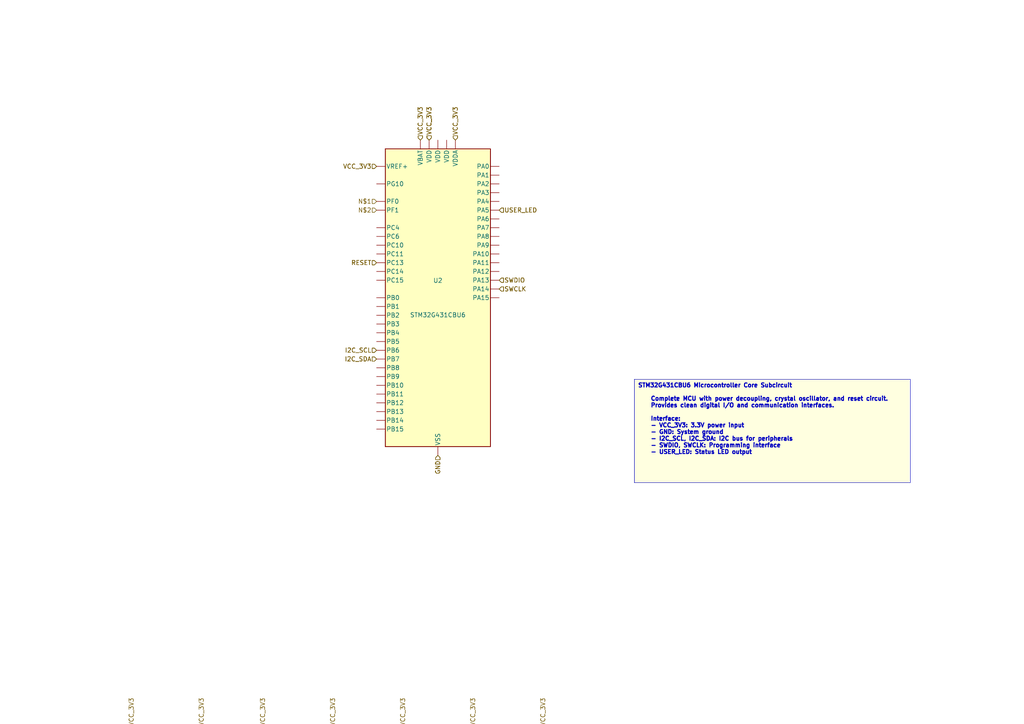
<source format=kicad_sch>
(kicad_sch (version 20250114) (generator "kicad_api") (generator_version 9.0)
  (paper A4)
  (paper A4)
  (lib_symbols
    (symbol "Device:C" (pin_numbers hide) (pin_names (offset 0.254))
      (property "Reference" "C" (at 0.0 0.0 0))
      (property "Value" "C" (at 0.0 0.0 0))
      (symbol "C_0_1"
        (polyline (pts (xy -2.032 0.762) (xy 2.032 0.762)) (stroke (width 0.508)))
        (polyline (pts (xy -2.032 -0.762) (xy 2.032 -0.762)) (stroke (width 0.508)))
      )
      (symbol "C_1_1"
        (pin passive line (at 0.0 3.81 270) (length 2.794) (name ~) (number "1"))
        (pin passive line (at 0.0 -3.81 90) (length 2.794) (name ~) (number "2"))
      )
    )
    (symbol "Device:Crystal" (pin_numbers hide) (pin_names (offset 0.254))
      (property "Reference" "Y" (at 0.0 0.0 0))
      (property "Value" "Crystal" (at 0.0 0.0 0))
      (symbol "Crystal_0_1"
        (polyline (pts (xy -2.54 0.0) (xy -1.905 0.0)) (stroke (width 0.0)))
        (polyline (pts (xy -1.905 -1.27) (xy -1.905 1.27)) (stroke (width 0.508)))
        (rectangle (start -1.143 2.54) (end 1.143 -2.54) (stroke (width 0.3048)))
        (polyline (pts (xy 1.905 -1.27) (xy 1.905 1.27)) (stroke (width 0.508)))
        (polyline (pts (xy 2.54 0.0) (xy 1.905 0.0)) (stroke (width 0.0)))
      )
      (symbol "Crystal_1_1"
        (pin passive line (at -3.81 0.0 0) (length 1.27) (name "1") (number "1"))
        (pin passive line (at 3.81 0.0 180) (length 1.27) (name "2") (number "2"))
      )
    )
    (symbol "Device:R" (pin_numbers hide) (pin_names (offset 0.254))
      (property "Reference" "R" (at 0.0 0.0 0))
      (property "Value" "R" (at 0.0 0.0 0))
      (symbol "R_0_1"
        (rectangle (start -1.016 -2.54) (end 1.016 2.54) (stroke (width 0.254)))
      )
      (symbol "R_1_1"
        (pin passive line (at 0.0 3.81 270) (length 1.27) (name ~) (number "1"))
        (pin passive line (at 0.0 -3.81 90) (length 1.27) (name ~) (number "2"))
      )
    )
    (symbol "MCU_ST_STM32G4:STM32G431CBUx" (pin_numbers hide) (pin_names (offset 0.254))
      (property "Reference" "U" (at 0.0 0.0 0))
      (property "Value" "STM32G431CBUx" (at 0.0 0.0 0))
      (symbol "STM32G431CBUx_0_1"
        (rectangle (start -15.24 -43.18) (end 15.24 43.18) (stroke (width 0.254)) (fill (type background)))
      )
      (symbol "STM32G431CBUx_1_1"
        (pin input line (at -17.78 38.1 0) (length 2.54) (name VREF+) (number "20"))
        (pin bidirectional line (at -17.78 33.02 0) (length 2.54) (name PG10) (number "7"))
        (pin bidirectional line (at -17.78 27.94 0) (length 2.54) (name PF0) (number "5"))
        (pin bidirectional line (at -17.78 25.4 0) (length 2.54) (name PF1) (number "6"))
        (pin bidirectional line (at -17.78 20.32 0) (length 2.54) (name PC4) (number "16"))
        (pin bidirectional line (at -17.78 17.78 0) (length 2.54) (name PC6) (number "29"))
        (pin bidirectional line (at -17.78 15.24 0) (length 2.54) (name PC10) (number "39"))
        (pin bidirectional line (at -17.78 12.7 0) (length 2.54) (name PC11) (number "40"))
        (pin bidirectional line (at -17.78 10.16 0) (length 2.54) (name PC13) (number "2"))
        (pin bidirectional line (at -17.78 7.62 0) (length 2.54) (name PC14) (number "3"))
        (pin bidirectional line (at -17.78 5.08 0) (length 2.54) (name PC15) (number "4"))
        (pin bidirectional line (at -17.78 0.0 0) (length 2.54) (name PB0) (number "17"))
        (pin bidirectional line (at -17.78 -2.54 0) (length 2.54) (name PB1) (number "18"))
        (pin bidirectional line (at -17.78 -5.08 0) (length 2.54) (name PB2) (number "19"))
        (pin bidirectional line (at -17.78 -7.62 0) (length 2.54) (name PB3) (number "41"))
        (pin bidirectional line (at -17.78 -10.16 0) (length 2.54) (name PB4) (number "42"))
        (pin bidirectional line (at -17.78 -12.7 0) (length 2.54) (name PB5) (number "43"))
        (pin bidirectional line (at -17.78 -15.24 0) (length 2.54) (name PB6) (number "44"))
        (pin bidirectional line (at -17.78 -17.78 0) (length 2.54) (name PB7) (number "45"))
        (pin bidirectional line (at -17.78 -20.32 0) (length 2.54) (name PB8) (number "46"))
        (pin bidirectional line (at -17.78 -22.86 0) (length 2.54) (name PB9) (number "47"))
        (pin bidirectional line (at -17.78 -25.4 0) (length 2.54) (name PB10) (number "22"))
        (pin bidirectional line (at -17.78 -27.94 0) (length 2.54) (name PB11) (number "24"))
        (pin bidirectional line (at -17.78 -30.48 0) (length 2.54) (name PB12) (number "25"))
        (pin bidirectional line (at -17.78 -33.02 0) (length 2.54) (name PB13) (number "26"))
        (pin bidirectional line (at -17.78 -35.56 0) (length 2.54) (name PB14) (number "27"))
        (pin bidirectional line (at -17.78 -38.1 0) (length 2.54) (name PB15) (number "28"))
        (pin power_in line (at -5.08 45.72 270) (length 2.54) (name VBAT) (number "1"))
        (pin power_in line (at -2.54 45.72 270) (length 2.54) (name VDD) (number "23"))
        (pin power_in line (at 0.0 45.72 270) (length 2.54) (name VDD) (number "35"))
        (pin power_in line (at 0.0 -45.72 90) (length 2.54) (name VSS) (number "49"))
        (pin power_in line (at 2.54 45.72 270) (length 2.54) (name VDD) (number "48"))
        (pin power_in line (at 5.08 45.72 270) (length 2.54) (name VDDA) (number "21"))
        (pin bidirectional line (at 17.78 38.1 180) (length 2.54) (name PA0) (number "8"))
        (pin bidirectional line (at 17.78 35.56 180) (length 2.54) (name PA1) (number "9"))
        (pin bidirectional line (at 17.78 33.02 180) (length 2.54) (name PA2) (number "10"))
        (pin bidirectional line (at 17.78 30.48 180) (length 2.54) (name PA3) (number "11"))
        (pin bidirectional line (at 17.78 27.94 180) (length 2.54) (name PA4) (number "12"))
        (pin bidirectional line (at 17.78 25.4 180) (length 2.54) (name PA5) (number "13"))
        (pin bidirectional line (at 17.78 22.86 180) (length 2.54) (name PA6) (number "14"))
        (pin bidirectional line (at 17.78 20.32 180) (length 2.54) (name PA7) (number "15"))
        (pin bidirectional line (at 17.78 17.78 180) (length 2.54) (name PA8) (number "30"))
        (pin bidirectional line (at 17.78 15.24 180) (length 2.54) (name PA9) (number "31"))
        (pin bidirectional line (at 17.78 12.7 180) (length 2.54) (name PA10) (number "32"))
        (pin bidirectional line (at 17.78 10.16 180) (length 2.54) (name PA11) (number "33"))
        (pin bidirectional line (at 17.78 7.62 180) (length 2.54) (name PA12) (number "34"))
        (pin bidirectional line (at 17.78 5.08 180) (length 2.54) (name PA13) (number "36"))
        (pin bidirectional line (at 17.78 2.54 180) (length 2.54) (name PA14) (number "37"))
        (pin bidirectional line (at 17.78 0.0 180) (length 2.54) (name PA15) (number "38"))
      )
    )
    (symbol "Switch:SW_Push" (pin_numbers hide) (pin_names (offset 0.254))
      (property "Reference" "SW" (at 0.0 0.0 0))
      (property "Value" "SW_Push" (at 0.0 0.0 0))
      (symbol "SW_Push_0_1"
        (circle (center -2.032 0.0) (radius 0.508) (stroke (width 0.0)))
        (polyline (pts (xy 0.0 1.27) (xy 0.0 3.048)) (stroke (width 0.0)))
        (circle (center 2.032 0.0) (radius 0.508) (stroke (width 0.0)))
        (polyline (pts (xy 2.54 1.27) (xy -2.54 1.27)) (stroke (width 0.0)))
      )
      (symbol "SW_Push_1_1"
        (pin passive line (at -5.08 0.0 0) (length 2.54) (name "1") (number "1"))
        (pin passive line (at 5.08 0.0 180) (length 2.54) (name "2") (number "2"))
      )
    )
  )
  (title_block (title MCU_Core) (date 2025-07-29) (company Circuit-Synth))
  (symbol (lib_id MCU_ST_STM32G4:STM32G431CBUx) (at 127.0 86.36 0)
    (property "Reference" "U2" (at 127.0 81.36 0))
    (property "Value" "STM32G431CBU6" (at 127.0 91.36 0))
    (property "Footprint" "Package_DFN_QFN:QFN-48-1EP_7x7mm_P0.5mm_EP5.6x5.6mm" (effects (hide yes)))
    (instances (project "circuit" (path "" (reference U2) (unit 1))) (project "STM32_IMU_USBC_Hierarchical" (path "" (reference U2) (unit 1))))
  )
  (symbol (lib_id Device:C) (at 38.1 215.9 0)
    (property "Reference" "C4" (at 38.1 210.9 0))
    (property "Value" "100nF" (at 38.1 220.9 0))
    (property "Footprint" "Capacitor_SMD:C_0603_1608Metric" (effects (hide yes)))
    (instances (project "circuit" (path "" (reference C4) (unit 1))) (project "STM32_IMU_USBC_Hierarchical" (path "" (reference C4) (unit 1))))
  )
  (symbol (lib_id Device:C) (at 58.42 215.9 0)
    (property "Reference" "C5" (at 58.42 210.9 0))
    (property "Value" "100nF" (at 58.42 220.9 0))
    (property "Footprint" "Capacitor_SMD:C_0603_1608Metric" (effects (hide yes)))
    (instances (project "circuit" (path "" (reference C5) (unit 1))) (project "STM32_IMU_USBC_Hierarchical" (path "" (reference C5) (unit 1))))
  )
  (symbol (lib_id Device:C) (at 76.2 215.9 0)
    (property "Reference" "C6" (at 76.2 210.9 0))
    (property "Value" "100nF" (at 76.2 220.9 0))
    (property "Footprint" "Capacitor_SMD:C_0603_1608Metric" (effects (hide yes)))
    (instances (project "circuit" (path "" (reference C6) (unit 1))) (project "STM32_IMU_USBC_Hierarchical" (path "" (reference C6) (unit 1))))
  )
  (symbol (lib_id Device:C) (at 96.52 215.9 0)
    (property "Reference" "C7" (at 96.52 210.9 0))
    (property "Value" "100nF" (at 96.52 220.9 0))
    (property "Footprint" "Capacitor_SMD:C_0603_1608Metric" (effects (hide yes)))
    (instances (project "circuit" (path "" (reference C7) (unit 1))) (project "STM32_IMU_USBC_Hierarchical" (path "" (reference C7) (unit 1))))
  )
  (symbol (lib_id Device:C) (at 116.84 215.9 0)
    (property "Reference" "C8" (at 116.84 210.9 0))
    (property "Value" "100nF" (at 116.84 220.9 0))
    (property "Footprint" "Capacitor_SMD:C_0603_1608Metric" (effects (hide yes)))
    (instances (project "circuit" (path "" (reference C8) (unit 1))) (project "STM32_IMU_USBC_Hierarchical" (path "" (reference C8) (unit 1))))
  )
  (symbol (lib_id Device:C) (at 137.16 215.9 0)
    (property "Reference" "C9" (at 137.16 210.9 0))
    (property "Value" "100nF" (at 137.16 220.9 0))
    (property "Footprint" "Capacitor_SMD:C_0603_1608Metric" (effects (hide yes)))
    (instances (project "circuit" (path "" (reference C9) (unit 1))) (project "STM32_IMU_USBC_Hierarchical" (path "" (reference C9) (unit 1))))
  )
  (symbol (lib_id Device:C) (at 157.48 215.9 0)
    (property "Reference" "C10" (at 157.48 210.9 0))
    (property "Value" "10uF" (at 157.48 220.9 0))
    (property "Footprint" "Capacitor_SMD:C_0805_2012Metric" (effects (hide yes)))
    (instances (project "circuit" (path "" (reference C10) (unit 1))) (project "STM32_IMU_USBC_Hierarchical" (path "" (reference C10) (unit 1))))
  )
  (symbol (lib_id Device:Crystal) (at 116.84 314.96 0)
    (property "Reference" "Y1" (at 116.84 309.96 0))
    (property "Value" "8MHz" (at 116.84 319.96 0))
    (property "Footprint" "Crystal:Crystal_SMD_HC49-SD_HandSoldering" (effects (hide yes)))
    (instances (project "circuit" (path "" (reference Y1) (unit 1))) (project "STM32_IMU_USBC_Hierarchical" (path "" (reference Y1) (unit 1))))
  )
  (symbol (lib_id Device:C) (at 76.2 411.48 0)
    (property "Reference" "C11" (at 76.2 406.48 0))
    (property "Value" "18pF" (at 76.2 416.48 0))
    (property "Footprint" "Capacitor_SMD:C_0603_1608Metric" (effects (hide yes)))
    (instances (project "circuit" (path "" (reference C11) (unit 1))) (project "STM32_IMU_USBC_Hierarchical" (path "" (reference C11) (unit 1))))
  )
  (symbol (lib_id Device:C) (at 38.1 513.08 0)
    (property "Reference" "C12" (at 38.1 508.08000000000004 0))
    (property "Value" "18pF" (at 38.1 518.08 0))
    (property "Footprint" "Capacitor_SMD:C_0603_1608Metric" (effects (hide yes)))
    (instances (project "circuit" (path "" (reference C12) (unit 1))) (project "STM32_IMU_USBC_Hierarchical" (path "" (reference C12) (unit 1))))
  )
  (symbol (lib_id Switch:SW_Push) (at 147.32 604.52 0)
    (property "Reference" "SW1" (at 147.32 599.52 0))
    (property "Value" "RESET" (at 147.32 609.52 0))
    (property "Footprint" "Button_Switch_SMD:SW_SPST_CK_RS282G05A3" (effects (hide yes)))
    (instances (project "circuit" (path "" (reference SW1) (unit 1))) (project "STM32_IMU_USBC_Hierarchical" (path "" (reference SW1) (unit 1))))
  )
  (symbol (lib_id Device:R) (at 116.84 701.04 0)
    (property "Reference" "R1" (at 116.84 696.04 0))
    (property "Value" "10k" (at 116.84 706.04 0))
    (property "Footprint" "Resistor_SMD:R_0603_1608Metric" (effects (hide yes)))
    (instances (project "circuit" (path "" (reference R1) (unit 1))) (project "STM32_IMU_USBC_Hierarchical" (path "" (reference R1) (unit 1))))
  )
  (hierarchical_label VCC_3V3 (shape input) (at 109.22 48.26 180))
  (hierarchical_label VCC_3V3 (shape input) (at 121.92 40.64 90))
  (hierarchical_label VCC_3V3 (shape input) (at 124.46 40.64 90))
  (hierarchical_label VCC_3V3 (shape input) (at 124.46 40.64 90))
  (hierarchical_label VCC_3V3 (shape input) (at 124.46 40.64 90))
  (hierarchical_label VCC_3V3 (shape input) (at 132.08 40.64 90))
  (hierarchical_label VCC_3V3 (shape input) (at 132.08 40.64 90))
  (hierarchical_label VCC_3V3 (shape input) (at 121.92 40.64 90))
  (hierarchical_label VCC_3V3 (shape input) (at 109.22 48.26 180))
  (hierarchical_label VCC_3V3 (shape input) (at 38.1 212.09 90))
  (hierarchical_label VCC_3V3 (shape input) (at 58.42 212.09 90))
  (hierarchical_label VCC_3V3 (shape input) (at 76.2 212.09 90))
  (hierarchical_label VCC_3V3 (shape input) (at 96.52 212.09 90))
  (hierarchical_label VCC_3V3 (shape input) (at 116.84 212.09 90))
  (hierarchical_label VCC_3V3 (shape input) (at 137.16 212.09 90))
  (hierarchical_label VCC_3V3 (shape input) (at 157.48 212.09 90))
  (hierarchical_label VCC_3V3 (shape input) (at 116.84 704.8499999999999 270))
  (hierarchical_label N$1 (shape input) (at 109.22 58.42 180))
  (hierarchical_label N$1 (shape input) (at 113.03 314.96 180))
  (hierarchical_label N$1 (shape input) (at 76.2 407.67 90))
  (hierarchical_label N$2 (shape input) (at 109.22 60.96 180))
  (hierarchical_label N$2 (shape input) (at 120.65 314.96 0))
  (hierarchical_label N$2 (shape input) (at 38.1 509.27000000000004 90))
  (hierarchical_label RESET (shape input) (at 109.22 76.2 180))
  (hierarchical_label RESET (shape input) (at 109.22 76.2 180))
  (hierarchical_label RESET (shape input) (at 142.23999999999998 604.52 180))
  (hierarchical_label RESET (shape input) (at 116.84 697.23 90))
  (hierarchical_label I2C_SCL (shape input) (at 109.22 101.6 180))
  (hierarchical_label I2C_SCL (shape input) (at 109.22 101.6 180))
  (hierarchical_label I2C_SDA (shape input) (at 109.22 104.14 180))
  (hierarchical_label I2C_SDA (shape input) (at 109.22 104.14 180))
  (hierarchical_label GND (shape input) (at 127.0 132.07999999999998 270))
  (hierarchical_label GND (shape input) (at 127.0 132.07999999999998 270))
  (hierarchical_label GND (shape input) (at 38.1 219.71 270))
  (hierarchical_label GND (shape input) (at 58.42 219.71 270))
  (hierarchical_label GND (shape input) (at 76.2 219.71 270))
  (hierarchical_label GND (shape input) (at 96.52 219.71 270))
  (hierarchical_label GND (shape input) (at 116.84 219.71 270))
  (hierarchical_label GND (shape input) (at 137.16 219.71 270))
  (hierarchical_label GND (shape input) (at 157.48 219.71 270))
  (hierarchical_label GND (shape input) (at 76.2 415.29 270))
  (hierarchical_label GND (shape input) (at 38.1 516.89 270))
  (hierarchical_label GND (shape input) (at 152.4 604.52 0))
  (hierarchical_label USER_LED (shape input) (at 144.78 60.96 0))
  (hierarchical_label USER_LED (shape input) (at 144.78 60.96 0))
  (hierarchical_label SWDIO (shape input) (at 144.78 81.28 0))
  (hierarchical_label SWDIO (shape input) (at 144.78 81.28 0))
  (hierarchical_label SWCLK (shape input) (at 144.78 83.82 0))
  (hierarchical_label SWCLK (shape input) (at 144.78 83.82 0))
  (text_box "STM32G431CBU6 Microcontroller Core Subcircuit\n    \n    Complete MCU with power decoupling, crystal oscillator, and reset circuit.\n    Provides clean digital I/O and communication interfaces.\n    \n    Interface:\n    - VCC_3V3: 3.3V power input\n    - GND: System ground\n    - I2C_SCL, I2C_SDA: I2C bus for peripherals\n    - SWDIO, SWCLK: Programming interface\n    - USER_LED: Status LED output" (exclude_from_sim yes) (at 184.0 110.0 0) (size 80.0 30.0) (margins 1.0 1.0 1.0 1.0) (stroke (width 0.1)) (fill (type color) (color 255 255 224 1)) (effects (font (size 1.2 1.2) (thickness 0.254)) (justify left top)))
  (text_box "STM32G431CBU6 Microcontroller Core Subcircuit\n    \n    Complete MCU with power decoupling, crystal oscillator, and reset circuit.\n    Provides clean digital I/O and communication interfaces.\n    \n    Interface:\n    - VCC_3V3: 3.3V power input\n    - GND: System ground\n    - I2C_SCL, I2C_SDA: I2C bus for peripherals\n    - SWDIO, SWCLK: Programming interface\n    - USER_LED: Status LED output" (exclude_from_sim yes) (at 184.0 110.0 0) (size 80.0 30.0) (margins 1.0 1.0 1.0 1.0) (stroke (width 0.1)) (fill (type color) (color 255 255 224 1)) (effects (font (size 1.2 1.2) (thickness 0.254)) (justify left top)))
)
</source>
